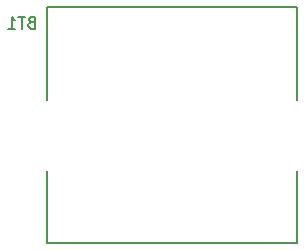
<source format=gbo>
G04 #@! TF.FileFunction,Legend,Bot*
%FSLAX46Y46*%
G04 Gerber Fmt 4.6, Leading zero omitted, Abs format (unit mm)*
G04 Created by KiCad (PCBNEW 4.0.5) date Sat Feb 25 16:09:27 2017*
%MOMM*%
%LPD*%
G01*
G04 APERTURE LIST*
%ADD10C,0.100000*%
%ADD11C,0.150000*%
%ADD12R,4.400000X4.400000*%
%ADD13R,5.900000X5.900000*%
G04 APERTURE END LIST*
D10*
D11*
X134375000Y-83080000D02*
X134375000Y-103080000D01*
X113275000Y-103080000D02*
X113275000Y-83080000D01*
X134375000Y-103080000D02*
X113275000Y-103080000D01*
X134375000Y-83080000D02*
X113275000Y-83080000D01*
X111910714Y-84383571D02*
X111767857Y-84431190D01*
X111720238Y-84478810D01*
X111672619Y-84574048D01*
X111672619Y-84716905D01*
X111720238Y-84812143D01*
X111767857Y-84859762D01*
X111863095Y-84907381D01*
X112244048Y-84907381D01*
X112244048Y-83907381D01*
X111910714Y-83907381D01*
X111815476Y-83955000D01*
X111767857Y-84002619D01*
X111720238Y-84097857D01*
X111720238Y-84193095D01*
X111767857Y-84288333D01*
X111815476Y-84335952D01*
X111910714Y-84383571D01*
X112244048Y-84383571D01*
X111386905Y-83907381D02*
X110815476Y-83907381D01*
X111101191Y-84907381D02*
X111101191Y-83907381D01*
X109958333Y-84907381D02*
X110529762Y-84907381D01*
X110244048Y-84907381D02*
X110244048Y-83907381D01*
X110339286Y-84050238D01*
X110434524Y-84145476D01*
X110529762Y-84193095D01*
%LPC*%
D12*
X123825000Y-93980000D03*
D13*
X136625000Y-93980000D03*
X111025000Y-93980000D03*
M02*

</source>
